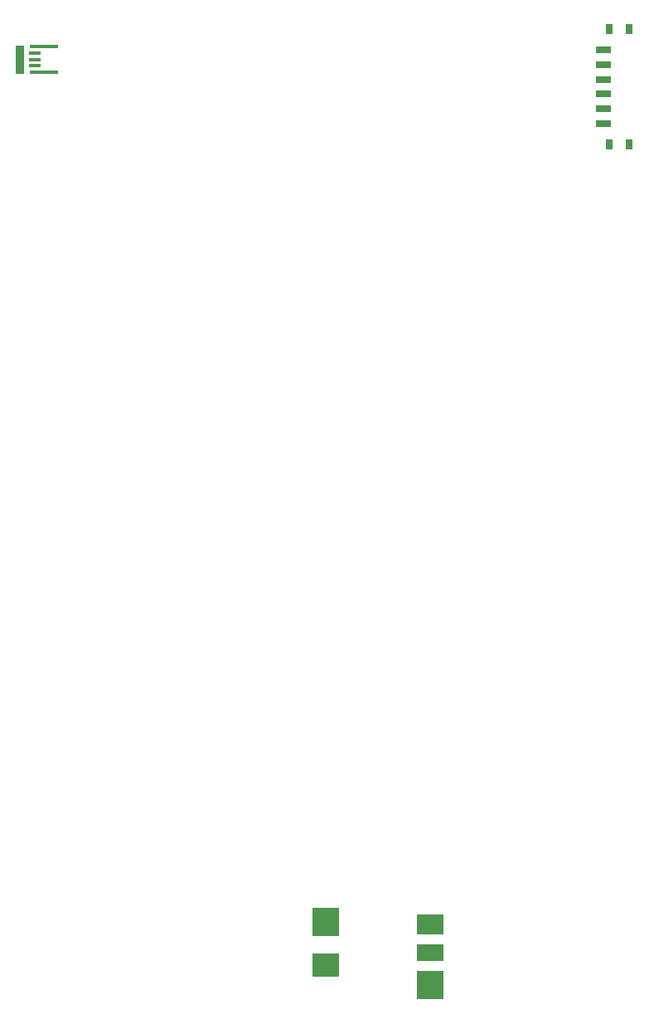
<source format=gbr>
%TF.GenerationSoftware,KiCad,Pcbnew,(5.1.9)-1*%
%TF.CreationDate,2021-03-20T17:22:00+11:00*%
%TF.ProjectId,GBC_motherboard,4742435f-6d6f-4746-9865-72626f617264,rev?*%
%TF.SameCoordinates,Original*%
%TF.FileFunction,Paste,Bot*%
%TF.FilePolarity,Positive*%
%FSLAX46Y46*%
G04 Gerber Fmt 4.6, Leading zero omitted, Abs format (unit mm)*
G04 Created by KiCad (PCBNEW (5.1.9)-1) date 2021-03-20 17:22:00*
%MOMM*%
%LPD*%
G01*
G04 APERTURE LIST*
%ADD10R,1.200000X0.400000*%
%ADD11R,3.000000X0.400000*%
%ADD12R,0.900000X3.000000*%
%ADD13R,1.500000X0.700000*%
%ADD14R,0.800000X1.000000*%
%ADD15R,2.700000X2.900000*%
%ADD16R,2.700000X1.800000*%
%ADD17R,2.700000X2.100000*%
%ADD18R,2.700000X2.400000*%
G04 APERTURE END LIST*
D10*
%TO.C,U1*%
X114125000Y-63500000D03*
X114125000Y-62850000D03*
D11*
X115025000Y-62200000D03*
X115025000Y-64800000D03*
D10*
X114125000Y-64150000D03*
D12*
X112575000Y-63500000D03*
%TD*%
D13*
%TO.C,U2*%
X172162000Y-67044000D03*
X172162000Y-68544000D03*
X172162000Y-70044000D03*
X172162000Y-65544000D03*
X172162000Y-64044000D03*
X172162000Y-62544000D03*
D14*
X172737000Y-60394000D03*
X174837000Y-60394000D03*
X172737000Y-72194000D03*
X174837000Y-72194000D03*
%TD*%
D15*
%TO.C,U9*%
X154499000Y-157982000D03*
D16*
X154499000Y-154682000D03*
D17*
X154499000Y-151782000D03*
D15*
X143799000Y-151482000D03*
D18*
X143799000Y-155882000D03*
%TD*%
M02*

</source>
